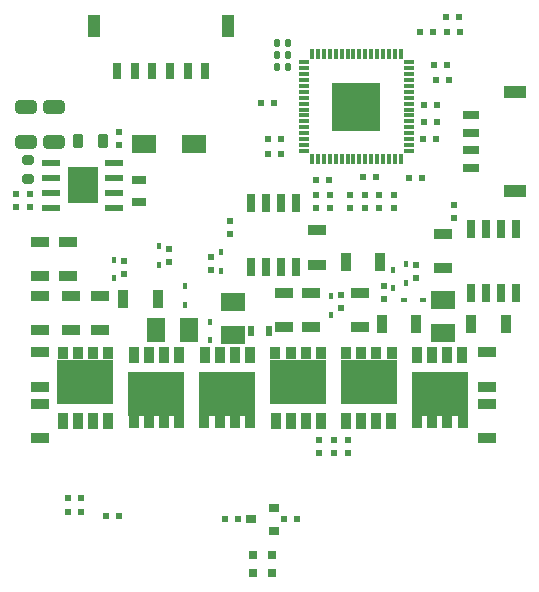
<source format=gbr>
%TF.GenerationSoftware,KiCad,Pcbnew,7.0.6*%
%TF.CreationDate,2023-08-06T04:52:03+10:00*%
%TF.ProjectId,controller,636f6e74-726f-46c6-9c65-722e6b696361,rev?*%
%TF.SameCoordinates,Original*%
%TF.FileFunction,Paste,Top*%
%TF.FilePolarity,Positive*%
%FSLAX46Y46*%
G04 Gerber Fmt 4.6, Leading zero omitted, Abs format (unit mm)*
G04 Created by KiCad (PCBNEW 7.0.6) date 2023-08-06 04:52:03*
%MOMM*%
%LPD*%
G01*
G04 APERTURE LIST*
G04 Aperture macros list*
%AMRoundRect*
0 Rectangle with rounded corners*
0 $1 Rounding radius*
0 $2 $3 $4 $5 $6 $7 $8 $9 X,Y pos of 4 corners*
0 Add a 4 corners polygon primitive as box body*
4,1,4,$2,$3,$4,$5,$6,$7,$8,$9,$2,$3,0*
0 Add four circle primitives for the rounded corners*
1,1,$1+$1,$2,$3*
1,1,$1+$1,$4,$5*
1,1,$1+$1,$6,$7*
1,1,$1+$1,$8,$9*
0 Add four rect primitives between the rounded corners*
20,1,$1+$1,$2,$3,$4,$5,0*
20,1,$1+$1,$4,$5,$6,$7,0*
20,1,$1+$1,$6,$7,$8,$9,0*
20,1,$1+$1,$8,$9,$2,$3,0*%
G04 Aperture macros list end*
%ADD10R,1.600000X0.900000*%
%ADD11R,0.500000X0.600000*%
%ADD12R,0.600000X0.500000*%
%ADD13R,0.900000X0.800000*%
%ADD14R,2.000000X1.600000*%
%ADD15RoundRect,0.140000X-0.140000X-0.170000X0.140000X-0.170000X0.140000X0.170000X-0.140000X0.170000X0*%
%ADD16R,0.420000X0.550000*%
%ADD17RoundRect,0.250000X-0.650000X0.325000X-0.650000X-0.325000X0.650000X-0.325000X0.650000X0.325000X0*%
%ADD18R,0.700000X1.550000*%
%ADD19R,0.800000X0.800000*%
%ADD20R,0.900000X1.600000*%
%ADD21R,0.600000X0.900000*%
%ADD22R,2.100000X1.550000*%
%ADD23R,0.850000X1.450000*%
%ADD24R,0.850000X1.100000*%
%ADD25R,4.700000X3.800000*%
%ADD26R,0.700000X1.400000*%
%ADD27R,1.100000X1.900000*%
%ADD28RoundRect,0.218750X0.218750X0.381250X-0.218750X0.381250X-0.218750X-0.381250X0.218750X-0.381250X0*%
%ADD29R,0.850000X0.300000*%
%ADD30R,0.300000X0.850000*%
%ADD31R,4.100000X4.100000*%
%ADD32R,1.600000X2.000000*%
%ADD33R,1.550000X0.600000*%
%ADD34R,2.600000X3.100000*%
%ADD35RoundRect,0.200000X0.275000X-0.200000X0.275000X0.200000X-0.275000X0.200000X-0.275000X-0.200000X0*%
%ADD36R,1.400000X0.700000*%
%ADD37R,1.900000X1.100000*%
%ADD38R,1.300000X0.700000*%
%ADD39R,0.550000X0.420000*%
G04 APERTURE END LIST*
D10*
%TO.C,C22*%
X132236100Y-105753600D03*
X132236100Y-102853600D03*
%TD*%
D11*
%TO.C,C18*%
X163230000Y-86700000D03*
X162130000Y-86700000D03*
%TD*%
D12*
%TO.C,C12*%
X145710000Y-97650000D03*
X145710000Y-96550000D03*
%TD*%
D13*
%TO.C,D4*%
X149501100Y-122753600D03*
X149501100Y-120853600D03*
X147501100Y-121803600D03*
%TD*%
D11*
%TO.C,R1*%
X151384000Y-121793000D03*
X150284000Y-121793000D03*
%TD*%
%TO.C,R4*%
X163180000Y-84610000D03*
X164280000Y-84610000D03*
%TD*%
%TO.C,R3*%
X163050000Y-83300000D03*
X164150000Y-83300000D03*
%TD*%
%TO.C,C8*%
X135251100Y-121503600D03*
X136351100Y-121503600D03*
%TD*%
D12*
%TO.C,R24*%
X155101100Y-102803600D03*
X155101100Y-103903600D03*
%TD*%
D14*
%TO.C,RB0*%
X146001100Y-103403600D03*
X146001100Y-106203600D03*
%TD*%
D10*
%TO.C,C23*%
X134701100Y-105753600D03*
X134701100Y-102853600D03*
%TD*%
D15*
%TO.C,C64*%
X149710000Y-82460000D03*
X150670000Y-82460000D03*
%TD*%
D12*
%TO.C,R8*%
X155701100Y-116153600D03*
X155701100Y-115053600D03*
%TD*%
D16*
%TO.C,D9*%
X160611100Y-100153600D03*
X160611100Y-101753600D03*
%TD*%
D17*
%TO.C,C1*%
X128450000Y-86885000D03*
X128450000Y-89835000D03*
%TD*%
D12*
%TO.C,R27*%
X161451100Y-100253600D03*
X161451100Y-101353600D03*
%TD*%
D14*
%TO.C,RC0*%
X163750000Y-103220000D03*
X163750000Y-106020000D03*
%TD*%
D18*
%TO.C,IC3*%
X147480000Y-100460000D03*
X148750000Y-100460000D03*
X150020000Y-100460000D03*
X151290000Y-100460000D03*
X151290000Y-95010000D03*
X150020000Y-95010000D03*
X148750000Y-95010000D03*
X147480000Y-95010000D03*
%TD*%
D19*
%TO.C,D3*%
X149301100Y-126353600D03*
X149301100Y-124853600D03*
%TD*%
D11*
%TO.C,R12*%
X148980000Y-90880000D03*
X150080000Y-90880000D03*
%TD*%
%TO.C,C55*%
X132001100Y-121153600D03*
X133101100Y-121153600D03*
%TD*%
D20*
%TO.C,C61*%
X136701100Y-103103600D03*
X139601100Y-103103600D03*
%TD*%
D12*
%TO.C,R5*%
X154230000Y-94320000D03*
X154230000Y-95420000D03*
%TD*%
D18*
%TO.C,IC1*%
X169920000Y-97190000D03*
X168650000Y-97190000D03*
X167380000Y-97190000D03*
X166110000Y-97190000D03*
X166110000Y-102640000D03*
X167380000Y-102640000D03*
X168650000Y-102640000D03*
X169920000Y-102640000D03*
%TD*%
D12*
%TO.C,R19*%
X127650000Y-95390000D03*
X127650000Y-94290000D03*
%TD*%
D16*
%TO.C,D12*%
X159571100Y-100643600D03*
X159571100Y-102243600D03*
%TD*%
D12*
%TO.C,R14*%
X158380000Y-95450000D03*
X158380000Y-94350000D03*
%TD*%
D11*
%TO.C,C15*%
X163210000Y-89570000D03*
X162110000Y-89570000D03*
%TD*%
D12*
%TO.C,R26*%
X158746100Y-102003600D03*
X158746100Y-103103600D03*
%TD*%
D11*
%TO.C,C9*%
X165190000Y-80550000D03*
X164090000Y-80550000D03*
%TD*%
D12*
%TO.C,R23*%
X140590000Y-98870000D03*
X140590000Y-99970000D03*
%TD*%
D10*
%TO.C,C32*%
X129651100Y-112003600D03*
X129651100Y-114903600D03*
%TD*%
D21*
%TO.C,C62*%
X149006100Y-105853600D03*
X147506100Y-105853600D03*
%TD*%
D12*
%TO.C,R11*%
X128800000Y-95380000D03*
X128800000Y-94280000D03*
%TD*%
%TO.C,C5*%
X136370000Y-88970000D03*
X136370000Y-90070000D03*
%TD*%
D15*
%TO.C,C19*%
X149710000Y-83470000D03*
X150670000Y-83470000D03*
%TD*%
D11*
%TO.C,C10*%
X162960000Y-80560000D03*
X161860000Y-80560000D03*
%TD*%
D10*
%TO.C,C26*%
X156751100Y-105553600D03*
X156751100Y-102653600D03*
%TD*%
D16*
%TO.C,D11*%
X154251100Y-102853600D03*
X154251100Y-104453600D03*
%TD*%
D22*
%TO.C,D14*%
X138470000Y-90030000D03*
X142670000Y-90030000D03*
%TD*%
D23*
%TO.C,Q3*%
X149596100Y-113453600D03*
X150866100Y-113453600D03*
X152136100Y-113453600D03*
X153406100Y-113453600D03*
D24*
X153426100Y-107753600D03*
X152138600Y-107753600D03*
X150863600Y-107753600D03*
X149576100Y-107753600D03*
D25*
X151501100Y-110153600D03*
%TD*%
D10*
%TO.C,C28*%
X129641100Y-105763600D03*
X129641100Y-102863600D03*
%TD*%
D16*
%TO.C,D8*%
X144931800Y-99161800D03*
X144931800Y-100761800D03*
%TD*%
D26*
%TO.C,SWD0*%
X143651100Y-83803600D03*
X142151100Y-83803600D03*
X140651100Y-83803600D03*
X139151100Y-83803600D03*
X137651100Y-83803600D03*
X136151100Y-83803600D03*
D27*
X145601100Y-80053600D03*
X134201100Y-80053600D03*
%TD*%
D10*
%TO.C,C35*%
X163731100Y-100538600D03*
X163731100Y-97638600D03*
%TD*%
D12*
%TO.C,R15*%
X159590000Y-95460000D03*
X159590000Y-94360000D03*
%TD*%
D28*
%TO.C,L1*%
X134970000Y-89800000D03*
X132845000Y-89800000D03*
%TD*%
D29*
%TO.C,IC2*%
X151990000Y-83100000D03*
X151990000Y-83600000D03*
X151990000Y-84100000D03*
X151990000Y-84600000D03*
X151990000Y-85100000D03*
X151990000Y-85600000D03*
X151990000Y-86100000D03*
X151990000Y-86600000D03*
X151990000Y-87100000D03*
X151990000Y-87600000D03*
X151990000Y-88100000D03*
X151990000Y-88600000D03*
X151990000Y-89100000D03*
X151990000Y-89600000D03*
X151990000Y-90100000D03*
X151990000Y-90600000D03*
D30*
X152690000Y-91300000D03*
X153190000Y-91300000D03*
X153690000Y-91300000D03*
X154190000Y-91300000D03*
X154690000Y-91300000D03*
X155190000Y-91300000D03*
X155690000Y-91300000D03*
X156190000Y-91300000D03*
X156690000Y-91300000D03*
X157190000Y-91300000D03*
X157690000Y-91300000D03*
X158190000Y-91300000D03*
X158690000Y-91300000D03*
X159190000Y-91300000D03*
X159690000Y-91300000D03*
X160190000Y-91300000D03*
D29*
X160890000Y-90600000D03*
X160890000Y-90100000D03*
X160890000Y-89600000D03*
X160890000Y-89100000D03*
X160890000Y-88600000D03*
X160890000Y-88100000D03*
X160890000Y-87600000D03*
X160890000Y-87100000D03*
X160890000Y-86600000D03*
X160890000Y-86100000D03*
X160890000Y-85600000D03*
X160890000Y-85100000D03*
X160890000Y-84600000D03*
X160890000Y-84100000D03*
X160890000Y-83600000D03*
X160890000Y-83100000D03*
D30*
X160190000Y-82400000D03*
X159690000Y-82400000D03*
X159190000Y-82400000D03*
X158690000Y-82400000D03*
X158190000Y-82400000D03*
X157690000Y-82400000D03*
X157190000Y-82400000D03*
X156690000Y-82400000D03*
X156190000Y-82400000D03*
X155690000Y-82400000D03*
X155190000Y-82400000D03*
X154690000Y-82400000D03*
X154190000Y-82400000D03*
X153690000Y-82400000D03*
X153190000Y-82400000D03*
X152690000Y-82400000D03*
D31*
X156440000Y-86850000D03*
%TD*%
D15*
%TO.C,C38*%
X149720000Y-81430000D03*
X150680000Y-81430000D03*
%TD*%
D11*
%TO.C,C57*%
X154120000Y-93030000D03*
X153020000Y-93030000D03*
%TD*%
D16*
%TO.C,D1*%
X141946100Y-102018600D03*
X141946100Y-103618600D03*
%TD*%
D32*
%TO.C,RA0*%
X142261100Y-105733600D03*
X139461100Y-105733600D03*
%TD*%
D20*
%TO.C,C33*%
X166180000Y-105270000D03*
X169080000Y-105270000D03*
%TD*%
D11*
%TO.C,R13*%
X148980000Y-89590000D03*
X150080000Y-89590000D03*
%TD*%
D10*
%TO.C,C27*%
X153120000Y-100220000D03*
X153120000Y-97320000D03*
%TD*%
D16*
%TO.C,D10*%
X135951100Y-99803600D03*
X135951100Y-101403600D03*
%TD*%
D12*
%TO.C,R25*%
X144111800Y-99561800D03*
X144111800Y-100661800D03*
%TD*%
D20*
%TO.C,C34*%
X158440000Y-99990000D03*
X155540000Y-99990000D03*
%TD*%
D12*
%TO.C,R6*%
X153000000Y-95420000D03*
X153000000Y-94320000D03*
%TD*%
D23*
%TO.C,Q5*%
X155596100Y-113453600D03*
X156866100Y-113453600D03*
X158136100Y-113453600D03*
X159406100Y-113453600D03*
D24*
X159426100Y-107753600D03*
X158138600Y-107753600D03*
X156863600Y-107753600D03*
X155576100Y-107753600D03*
D25*
X157501100Y-110153600D03*
%TD*%
D11*
%TO.C,C16*%
X149430000Y-86580000D03*
X148330000Y-86580000D03*
%TD*%
%TO.C,C3*%
X158110000Y-92830000D03*
X157010000Y-92830000D03*
%TD*%
D33*
%TO.C,U1*%
X130550000Y-91615000D03*
X130550000Y-92885000D03*
X130550000Y-94155000D03*
X130550000Y-95425000D03*
X135950000Y-95425000D03*
X135950000Y-94155000D03*
X135950000Y-92885000D03*
X135950000Y-91615000D03*
D34*
X133250000Y-93520000D03*
%TD*%
D11*
%TO.C,C17*%
X163230000Y-88160000D03*
X162130000Y-88160000D03*
%TD*%
D10*
%TO.C,C31*%
X132001100Y-98303600D03*
X132001100Y-101203600D03*
%TD*%
D12*
%TO.C,C13*%
X153301100Y-115053600D03*
X153301100Y-116153600D03*
%TD*%
D10*
%TO.C,C37*%
X167501100Y-112003600D03*
X167501100Y-114903600D03*
%TD*%
D23*
%TO.C,Q1*%
X131596100Y-113453600D03*
X132866100Y-113453600D03*
X134136100Y-113453600D03*
X135406100Y-113453600D03*
D24*
X135426100Y-107753600D03*
X134138600Y-107753600D03*
X132863600Y-107753600D03*
X131576100Y-107753600D03*
D25*
X133501100Y-110153600D03*
%TD*%
D16*
%TO.C,D5*%
X144001100Y-106653600D03*
X144001100Y-105053600D03*
%TD*%
D23*
%TO.C,Q2*%
X141406100Y-107853600D03*
X140136100Y-107853600D03*
X138866100Y-107853600D03*
X137596100Y-107853600D03*
D24*
X137576100Y-113553600D03*
X138863600Y-113553600D03*
X140138600Y-113553600D03*
X141426100Y-113553600D03*
D25*
X139501100Y-111153600D03*
%TD*%
D11*
%TO.C,R10*%
X132001100Y-120003600D03*
X133101100Y-120003600D03*
%TD*%
D35*
%TO.C,R18*%
X128670000Y-93000000D03*
X128670000Y-91350000D03*
%TD*%
D20*
%TO.C,C63*%
X158601100Y-105253600D03*
X161501100Y-105253600D03*
%TD*%
D12*
%TO.C,R17*%
X157160000Y-95460000D03*
X157160000Y-94360000D03*
%TD*%
D36*
%TO.C,ABS0*%
X166131100Y-92053600D03*
X166131100Y-90553600D03*
X166131100Y-89053600D03*
X166131100Y-87553600D03*
D37*
X169881100Y-94003600D03*
X169881100Y-85603600D03*
%TD*%
D10*
%TO.C,C24*%
X150301100Y-105553600D03*
X150301100Y-102653600D03*
%TD*%
D12*
%TO.C,R22*%
X136801100Y-99903600D03*
X136801100Y-101003600D03*
%TD*%
D19*
%TO.C,D2*%
X147701100Y-126353600D03*
X147701100Y-124853600D03*
%TD*%
D11*
%TO.C,R2*%
X145280200Y-121767600D03*
X146380200Y-121767600D03*
%TD*%
D23*
%TO.C,Q6*%
X165406100Y-107853600D03*
X164136100Y-107853600D03*
X162866100Y-107853600D03*
X161596100Y-107853600D03*
D24*
X161576100Y-113553600D03*
X162863600Y-113553600D03*
X164138600Y-113553600D03*
X165426100Y-113553600D03*
D25*
X163501100Y-111153600D03*
%TD*%
D23*
%TO.C,Q4*%
X147406100Y-107853600D03*
X146136100Y-107853600D03*
X144866100Y-107853600D03*
X143596100Y-107853600D03*
D24*
X143576100Y-113553600D03*
X144863600Y-113553600D03*
X146138600Y-113553600D03*
X147426100Y-113553600D03*
D25*
X145501100Y-111153600D03*
%TD*%
D11*
%TO.C,R7*%
X164051100Y-79303600D03*
X165151100Y-79303600D03*
%TD*%
D10*
%TO.C,C36*%
X167501100Y-107653600D03*
X167501100Y-110553600D03*
%TD*%
D12*
%TO.C,C11*%
X164701100Y-96303600D03*
X164701100Y-95203600D03*
%TD*%
D10*
%TO.C,C30*%
X129651100Y-107653600D03*
X129651100Y-110553600D03*
%TD*%
D17*
%TO.C,C2*%
X130840000Y-86875000D03*
X130840000Y-89825000D03*
%TD*%
D38*
%TO.C,C4*%
X138070000Y-94970000D03*
X138070000Y-93070000D03*
%TD*%
D39*
%TO.C,D6*%
X160501100Y-103203600D03*
X162101100Y-103203600D03*
%TD*%
D16*
%TO.C,D7*%
X139745000Y-98670000D03*
X139745000Y-100270000D03*
%TD*%
D12*
%TO.C,R16*%
X155930000Y-95460000D03*
X155930000Y-94360000D03*
%TD*%
D10*
%TO.C,C25*%
X152601100Y-105553600D03*
X152601100Y-102653600D03*
%TD*%
D11*
%TO.C,C65*%
X162030000Y-92890000D03*
X160930000Y-92890000D03*
%TD*%
D12*
%TO.C,R9*%
X154501100Y-115053600D03*
X154501100Y-116153600D03*
%TD*%
D10*
%TO.C,C29*%
X129641100Y-98303600D03*
X129641100Y-101203600D03*
%TD*%
M02*

</source>
